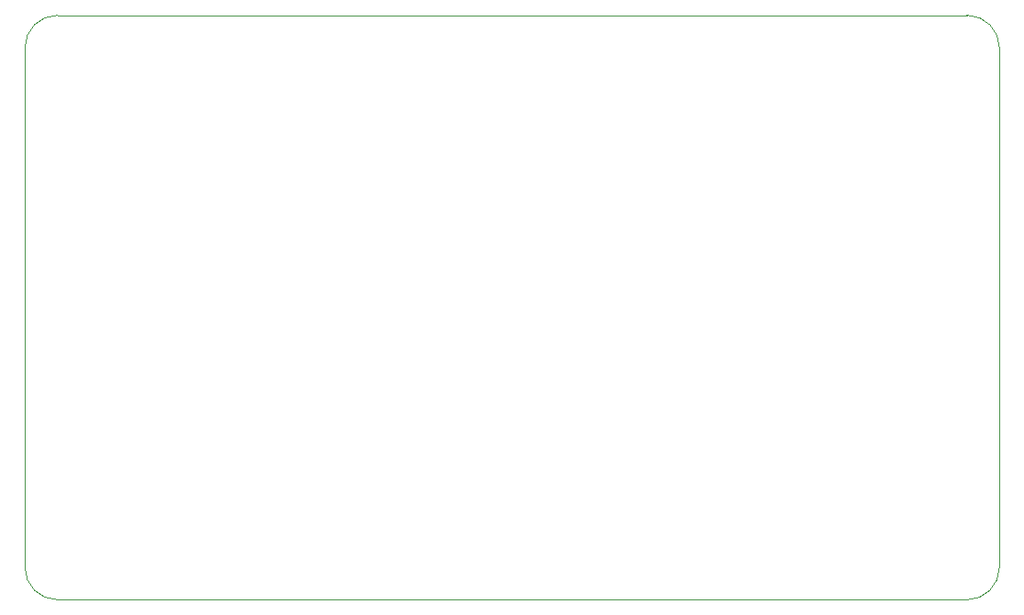
<source format=gbr>
%TF.GenerationSoftware,KiCad,Pcbnew,(6.0.8)*%
%TF.CreationDate,2022-10-23T13:20:46+08:00*%
%TF.ProjectId,LrtraPCB,4c727472-6150-4434-922e-6b696361645f,rev?*%
%TF.SameCoordinates,Original*%
%TF.FileFunction,Profile,NP*%
%FSLAX46Y46*%
G04 Gerber Fmt 4.6, Leading zero omitted, Abs format (unit mm)*
G04 Created by KiCad (PCBNEW (6.0.8)) date 2022-10-23 13:20:46*
%MOMM*%
%LPD*%
G01*
G04 APERTURE LIST*
%TA.AperFunction,Profile*%
%ADD10C,0.100000*%
%TD*%
G04 APERTURE END LIST*
D10*
X99000000Y-133000000D02*
G75*
G03*
X102000000Y-136000000I3000000J0D01*
G01*
X186000000Y-136000000D02*
G75*
G03*
X189000000Y-133000000I0J3000000D01*
G01*
X189000000Y-85000000D02*
X189000000Y-133000000D01*
X189000000Y-85000000D02*
G75*
G03*
X186000000Y-82000000I-3000000J0D01*
G01*
X102000000Y-82000000D02*
G75*
G03*
X99000000Y-85000000I0J-3000000D01*
G01*
X99000000Y-133000000D02*
X99000000Y-85000000D01*
X102000000Y-82000000D02*
X186000000Y-82000000D01*
X186000000Y-136000000D02*
X102000000Y-136000000D01*
M02*

</source>
